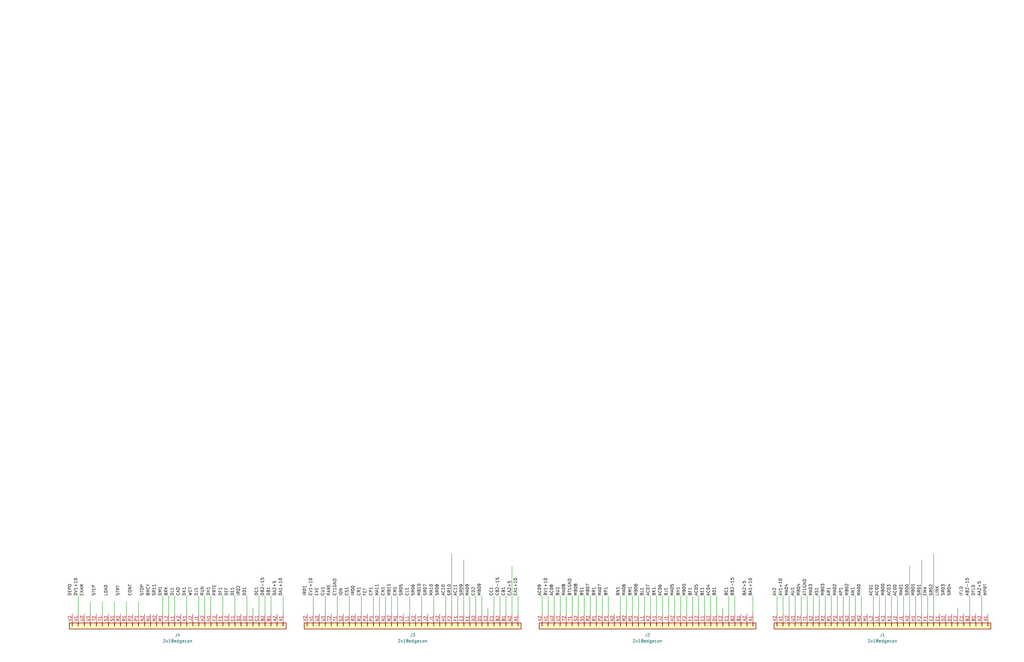
<source format=kicad_sch>
(kicad_sch (version 20230121) (generator eeschema)
  (paper "B")
  (lib_symbols
    (symbol "mypipan8llib:2x18edgecon" (pin_names (offset 1.016) hide)
      (property "Reference" "J" (at 0 45.72 0))
      (property "Value" "2x18edgecon" (at 0 -48.26 0))
      (symbol "2x18edgecon_1_1"
        (rectangle (start -1.27 -45.593) (end 0 -45.847) (stroke (width 0.1524)))
        (rectangle (start -1.27 -43.053) (end 0 -43.307) (stroke (width 0.1524)))
        (rectangle (start -1.27 -40.513) (end 0 -40.767) (stroke (width 0.1524)))
        (rectangle (start -1.27 -37.973) (end 0 -38.227) (stroke (width 0.1524)))
        (rectangle (start -1.27 -35.433) (end 0 -35.687) (stroke (width 0.1524)))
        (rectangle (start -1.27 -32.893) (end 0 -33.147) (stroke (width 0.1524)))
        (rectangle (start -1.27 -30.353) (end 0 -30.607) (stroke (width 0.1524)))
        (rectangle (start -1.27 -27.813) (end 0 -28.067) (stroke (width 0.1524)))
        (rectangle (start -1.27 -25.273) (end 0 -25.527) (stroke (width 0.1524)))
        (rectangle (start -1.27 -22.733) (end 0 -22.987) (stroke (width 0.1524)))
        (rectangle (start -1.27 -20.193) (end 0 -20.447) (stroke (width 0.1524)))
        (rectangle (start -1.27 -17.653) (end 0 -17.907) (stroke (width 0.1524)))
        (rectangle (start -1.27 -15.113) (end 0 -15.367) (stroke (width 0.1524)))
        (rectangle (start -1.27 -12.573) (end 0 -12.827) (stroke (width 0.1524)))
        (rectangle (start -1.27 -10.033) (end 0 -10.287) (stroke (width 0.1524)))
        (rectangle (start -1.27 -7.493) (end 0 -7.747) (stroke (width 0.1524)))
        (rectangle (start -1.27 -4.953) (end 0 -5.207) (stroke (width 0.1524)))
        (rectangle (start -1.27 -2.413) (end 0 -2.667) (stroke (width 0.1524)))
        (rectangle (start -1.27 0.127) (end 0 -0.127) (stroke (width 0.1524)))
        (rectangle (start -1.27 2.667) (end 0 2.413) (stroke (width 0.1524)))
        (rectangle (start -1.27 5.207) (end 0 4.953) (stroke (width 0.1524)))
        (rectangle (start -1.27 7.747) (end 0 7.493) (stroke (width 0.1524)))
        (rectangle (start -1.27 10.287) (end 0 10.033) (stroke (width 0.1524)))
        (rectangle (start -1.27 12.827) (end 0 12.573) (stroke (width 0.1524)))
        (rectangle (start -1.27 15.367) (end 0 15.113) (stroke (width 0.1524)))
        (rectangle (start -1.27 17.907) (end 0 17.653) (stroke (width 0.1524)))
        (rectangle (start -1.27 20.447) (end 0 20.193) (stroke (width 0.1524)))
        (rectangle (start -1.27 22.987) (end 0 22.733) (stroke (width 0.1524)))
        (rectangle (start -1.27 25.527) (end 0 25.273) (stroke (width 0.1524)))
        (rectangle (start -1.27 28.067) (end 0 27.813) (stroke (width 0.1524)))
        (rectangle (start -1.27 30.607) (end 0 30.353) (stroke (width 0.1524)))
        (rectangle (start -1.27 33.147) (end 0 32.893) (stroke (width 0.1524)))
        (rectangle (start -1.27 35.687) (end 0 35.433) (stroke (width 0.1524)))
        (rectangle (start -1.27 38.227) (end 0 37.973) (stroke (width 0.1524)))
        (rectangle (start -1.27 40.767) (end 0 40.513) (stroke (width 0.1524)))
        (rectangle (start -1.27 43.307) (end 0 43.053) (stroke (width 0.1524)))
        (rectangle (start -1.27 44.45) (end 1.27 -46.99) (stroke (width 0.254)) (fill (type background)))
        (pin passive line (at -5.08 43.18 0) (length 3.81) (name "A1") (number "A1"))
        (pin passive line (at -5.08 40.64 0) (length 3.81) (name "A2") (number "A2"))
        (pin passive line (at -5.08 38.1 0) (length 3.81) (name "B1") (number "B1"))
        (pin passive line (at -5.08 35.56 0) (length 3.81) (name "B2") (number "B2"))
        (pin passive line (at -5.08 33.02 0) (length 3.81) (name "C1") (number "C1"))
        (pin passive line (at -5.08 30.48 0) (length 3.81) (name "C2") (number "C2"))
        (pin passive line (at -5.08 27.94 0) (length 3.81) (name "D1") (number "D1"))
        (pin passive line (at -5.08 25.4 0) (length 3.81) (name "D2") (number "D2"))
        (pin passive line (at -5.08 22.86 0) (length 3.81) (name "E1") (number "E1"))
        (pin passive line (at -5.08 20.32 0) (length 3.81) (name "E2") (number "E2"))
        (pin passive line (at -5.08 17.78 0) (length 3.81) (name "F1") (number "F1"))
        (pin passive line (at -5.08 15.24 0) (length 3.81) (name "F2") (number "F2"))
        (pin passive line (at -5.08 12.7 0) (length 3.81) (name "H1") (number "H1"))
        (pin passive line (at -5.08 10.16 0) (length 3.81) (name "H2") (number "H2"))
        (pin passive line (at -5.08 7.62 0) (length 3.81) (name "J1") (number "J1"))
        (pin passive line (at -5.08 5.08 0) (length 3.81) (name "J2") (number "J2"))
        (pin passive line (at -5.08 2.54 0) (length 3.81) (name "K1") (number "K1"))
        (pin passive line (at -5.08 0 0) (length 3.81) (name "K2") (number "K2"))
        (pin passive line (at -5.08 -2.54 0) (length 3.81) (name "L1") (number "L1"))
        (pin passive line (at -5.08 -5.08 0) (length 3.81) (name "L2") (number "L2"))
        (pin passive line (at -5.08 -7.62 0) (length 3.81) (name "M1") (number "M1"))
        (pin passive line (at -5.08 -10.16 0) (length 3.81) (name "M2") (number "M2"))
        (pin passive line (at -5.08 -12.7 0) (length 3.81) (name "N1") (number "N1"))
        (pin passive line (at -5.08 -15.24 0) (length 3.81) (name "N2") (number "N2"))
        (pin passive line (at -5.08 -17.78 0) (length 3.81) (name "P1") (number "P1"))
        (pin passive line (at -5.08 -20.32 0) (length 3.81) (name "P2") (number "P2"))
        (pin passive line (at -5.08 -22.86 0) (length 3.81) (name "R1") (number "R1"))
        (pin passive line (at -5.08 -25.4 0) (length 3.81) (name "R2") (number "R2"))
        (pin passive line (at -5.08 -27.94 0) (length 3.81) (name "S1") (number "S1"))
        (pin passive line (at -5.08 -30.48 0) (length 3.81) (name "S2") (number "S2"))
        (pin passive line (at -5.08 -33.02 0) (length 3.81) (name "T1") (number "T1"))
        (pin passive line (at -5.08 -35.56 0) (length 3.81) (name "T2") (number "T2"))
        (pin passive line (at -5.08 -38.1 0) (length 3.81) (name "U1") (number "U1"))
        (pin passive line (at -5.08 -40.64 0) (length 3.81) (name "U2") (number "U2"))
        (pin passive line (at -5.08 -43.18 0) (length 3.81) (name "V1") (number "V1"))
        (pin passive line (at -5.08 -45.72 0) (length 3.81) (name "V2") (number "V2"))
      )
    )
  )
  (wire (pts (xy 271.78 251.46) (xy 271.78 259.08)))
  (wire (pts (xy 58.42 254) (xy 58.42 259.08)))
  (wire (pts (xy 266.7 251.46) (xy 266.7 259.08)))
  (wire (pts (xy 391.16 251.46) (xy 391.16 259.08)))
  (wire (pts (xy 114.3 251.46) (xy 114.3 259.08)))
  (wire (pts (xy 132.08 251.46) (xy 132.08 259.08)))
  (wire (pts (xy 236.22 251.46) (xy 236.22 259.08)))
  (wire (pts (xy 213.36 251.46) (xy 213.36 259.08)))
  (wire (pts (xy 381 251.46) (xy 381 259.08)))
  (wire (pts (xy 157.48 251.46) (xy 157.48 259.08)))
  (wire (pts (xy 363.22 251.46) (xy 363.22 259.08)))
  (wire (pts (xy 353.06 251.46) (xy 353.06 259.08)))
  (wire (pts (xy 162.56 251.46) (xy 162.56 259.08)))
  (wire (pts (xy 393.7 233.68) (xy 393.7 259.08)))
  (wire (pts (xy 33.02 251.46) (xy 33.02 259.08)))
  (wire (pts (xy 347.98 251.46) (xy 347.98 259.08)))
  (wire (pts (xy 340.36 251.46) (xy 340.36 259.08)))
  (wire (pts (xy 375.92 251.46) (xy 375.92 259.08)))
  (wire (pts (xy 231.14 251.46) (xy 231.14 259.08)))
  (wire (pts (xy 307.34 251.46) (xy 307.34 259.08)))
  (wire (pts (xy 203.2 251.46) (xy 203.2 259.08)))
  (wire (pts (xy 210.82 251.46) (xy 210.82 259.08)))
  (wire (pts (xy 269.24 251.46) (xy 269.24 259.08)))
  (wire (pts (xy 345.44 251.46) (xy 345.44 259.08)))
  (wire (pts (xy 88.9 251.46) (xy 88.9 259.08)))
  (wire (pts (xy 195.58 236.22) (xy 195.58 259.08)))
  (wire (pts (xy 137.16 251.46) (xy 137.16 259.08)))
  (wire (pts (xy 373.38 251.46) (xy 373.38 259.08)))
  (wire (pts (xy 332.74 251.46) (xy 332.74 259.08)))
  (wire (pts (xy 388.62 236.22) (xy 388.62 259.08)))
  (wire (pts (xy 53.34 254) (xy 53.34 259.08)))
  (wire (pts (xy 198.12 251.46) (xy 198.12 259.08)))
  (wire (pts (xy 408.94 251.46) (xy 408.94 259.08)))
  (wire (pts (xy 215.9 238.76) (xy 215.9 259.08)))
  (wire (pts (xy 152.4 251.46) (xy 152.4 259.08)))
  (wire (pts (xy 355.6 251.46) (xy 355.6 259.08)))
  (wire (pts (xy 284.48 251.46) (xy 284.48 259.08)))
  (wire (pts (xy 256.54 251.46) (xy 256.54 259.08)))
  (wire (pts (xy 358.14 251.46) (xy 358.14 259.08)))
  (wire (pts (xy 279.4 251.46) (xy 279.4 259.08)))
  (wire (pts (xy 335.28 251.46) (xy 335.28 259.08)))
  (wire (pts (xy 414.02 251.46) (xy 414.02 259.08)))
  (wire (pts (xy 119.38 251.46) (xy 119.38 259.08)))
  (wire (pts (xy 281.94 251.46) (xy 281.94 259.08)))
  (wire (pts (xy 43.18 254) (xy 43.18 259.08)))
  (wire (pts (xy 243.84 251.46) (xy 243.84 259.08)))
  (wire (pts (xy 342.9 251.46) (xy 342.9 259.08)))
  (wire (pts (xy 292.1 251.46) (xy 292.1 259.08)))
  (wire (pts (xy 350.52 251.46) (xy 350.52 259.08)))
  (wire (pts (xy 254 251.46) (xy 254 259.08)))
  (wire (pts (xy 299.72 251.46) (xy 299.72 259.08)))
  (wire (pts (xy 370.84 251.46) (xy 370.84 259.08)))
  (wire (pts (xy 205.74 256.54) (xy 205.74 259.08)))
  (wire (pts (xy 83.82 251.46) (xy 83.82 259.08)))
  (wire (pts (xy 78.74 251.46) (xy 78.74 259.08)))
  (wire (pts (xy 73.66 251.46) (xy 73.66 259.08)))
  (wire (pts (xy 386.08 251.46) (xy 386.08 259.08)))
  (wire (pts (xy 368.3 251.46) (xy 368.3 259.08)))
  (wire (pts (xy 378.46 251.46) (xy 378.46 259.08)))
  (wire (pts (xy 304.8 256.54) (xy 304.8 259.08)))
  (wire (pts (xy 104.14 251.46) (xy 104.14 259.08)))
  (wire (pts (xy 294.64 251.46) (xy 294.64 259.08)))
  (wire (pts (xy 86.36 251.46) (xy 86.36 259.08)))
  (wire (pts (xy 261.62 251.46) (xy 261.62 259.08)))
  (wire (pts (xy 233.68 251.46) (xy 233.68 259.08)))
  (wire (pts (xy 238.76 251.46) (xy 238.76 259.08)))
  (wire (pts (xy 48.26 254) (xy 48.26 259.08)))
  (wire (pts (xy 177.8 251.46) (xy 177.8 259.08)))
  (wire (pts (xy 190.5 233.68) (xy 190.5 259.08)))
  (wire (pts (xy 218.44 251.46) (xy 218.44 259.08)))
  (wire (pts (xy 274.32 251.46) (xy 274.32 259.08)))
  (wire (pts (xy 330.2 251.46) (xy 330.2 259.08)))
  (wire (pts (xy 200.66 251.46) (xy 200.66 259.08)))
  (wire (pts (xy 187.96 251.46) (xy 187.96 259.08)))
  (wire (pts (xy 337.82 251.46) (xy 337.82 259.08)))
  (wire (pts (xy 251.46 251.46) (xy 251.46 259.08)))
  (wire (pts (xy 165.1 251.46) (xy 165.1 259.08)))
  (wire (pts (xy 147.32 251.46) (xy 147.32 259.08)))
  (wire (pts (xy 309.88 251.46) (xy 309.88 259.08)))
  (wire (pts (xy 228.6 251.46) (xy 228.6 259.08)))
  (wire (pts (xy 317.5 251.46) (xy 317.5 259.08)))
  (wire (pts (xy 160.02 251.46) (xy 160.02 259.08)))
  (wire (pts (xy 111.76 251.46) (xy 111.76 259.08)))
  (wire (pts (xy 241.3 251.46) (xy 241.3 259.08)))
  (wire (pts (xy 93.98 251.46) (xy 93.98 259.08)))
  (wire (pts (xy 289.56 251.46) (xy 289.56 259.08)))
  (wire (pts (xy 246.38 251.46) (xy 246.38 259.08)))
  (wire (pts (xy 383.54 238.76) (xy 383.54 259.08)))
  (wire (pts (xy 302.26 251.46) (xy 302.26 259.08)))
  (wire (pts (xy 71.12 251.46) (xy 71.12 259.08)))
  (wire (pts (xy 403.86 256.54) (xy 403.86 259.08)))
  (wire (pts (xy 193.04 251.46) (xy 193.04 259.08)))
  (wire (pts (xy 142.24 251.46) (xy 142.24 259.08)))
  (wire (pts (xy 248.92 251.46) (xy 248.92 259.08)))
  (wire (pts (xy 106.68 256.54) (xy 106.68 259.08)))
  (wire (pts (xy 99.06 251.46) (xy 99.06 259.08)))
  (wire (pts (xy 327.66 251.46) (xy 327.66 259.08)))
  (wire (pts (xy 38.1 254) (xy 38.1 259.08)))
  (wire (pts (xy 360.68 251.46) (xy 360.68 259.08)))
  (wire (pts (xy 208.28 251.46) (xy 208.28 259.08)))
  (wire (pts (xy 264.16 251.46) (xy 264.16 259.08)))
  (wire (pts (xy 182.88 251.46) (xy 182.88 259.08)))
  (wire (pts (xy 167.64 251.46) (xy 167.64 259.08)))
  (wire (pts (xy 68.58 251.46) (xy 68.58 259.08)))
  (wire (pts (xy 287.02 251.46) (xy 287.02 259.08)))
  (wire (pts (xy 276.86 251.46) (xy 276.86 259.08)))
  (wire (pts (xy 109.22 251.46) (xy 109.22 259.08)))
  (wire (pts (xy 172.72 251.46) (xy 172.72 259.08)))
  (wire (pts (xy 297.18 251.46) (xy 297.18 259.08)))
  (label "EMA" (at 391.16 251.46 90))
  (label "MA10" (at 182.88 251.46 90))
  (label "MA08" (at 238.76 251.46 90))
  (label "DFLD" (at 411.48 251.46 90))
  (label "SR10" (at 190.5 251.46 90))
  (label "AC05" (at 294.64 251.46 90))
  (label "DB1" (at 114.3 251.46 90))
  (label "DEF" (at 96.52 251.46 90))
  (label "STRT" (at 50.8 251.46 90))
  (label "DC1" (at 109.22 251.46 90))
  (label "SR09" (at 195.58 251.46 90))
  (label "AU1" (at 335.28 251.46 90))
  (label "AN1" (at 360.68 251.46 90))
  (label "MB11" (at 165.1 251.46 90))
  (label "MB05" (at 289.56 251.46 90))
  (label "ION" (at 144.78 251.46 90))
  (label "MA09" (at 198.12 251.46 90))
  (label "CB2-15" (at 210.82 251.46 90))
  (label "AP1" (at 355.6 251.46 90))
  (label "MA11" (at 160.02 251.46 90))
  (label "CT1GND" (at 142.24 251.46 90))
  (label "BS1" (at 246.38 251.46 90))
  (label "AC09" (at 228.6 251.46 90))
  (label "CAD" (at 76.2 251.46 90))
  (label "CN1" (at 162.56 251.46 90))
  (label "DB2-15" (at 111.76 251.46 90))
  (label "AC08" (at 233.68 251.46 90))
  (label "AC10" (at 187.96 251.46 90))
  (label "AB2-15" (at 408.94 251.46 90))
  (label "BM1" (at 266.7 251.46 90))
  (label "MA03" (at 342.9 251.46 90))
  (label "BF1" (at 292.1 251.46 90))
  (label "MPRT" (at 416.56 251.46 90))
  (label "CS1" (at 147.32 251.46 90))
  (label "MB03" (at 347.98 251.46 90))
  (label "EXAM" (at 35.56 251.46 90))
  (label "MB07" (at 248.92 251.46 90))
  (label "BV1+10" (at 231.14 251.46 90))
  (label "SR01" (at 388.62 251.46 90))
  (label "MA01" (at 381 251.46 90))
  (label "PARE" (at 139.7 251.46 90))
  (label "BC1" (at 307.34 251.46 90))
  (label "DM1" (at 68.58 251.46 90))
  (label "DV1+10" (at 33.02 251.46 90))
  (label "BJ1" (at 281.94 251.46 90))
  (label "STEP" (at 40.64 251.46 90))
  (label "IR02" (at 101.6 251.46 90))
  (label "BK1" (at 276.86 251.46 90))
  (label "MB01" (at 386.08 251.46 90))
  (label "MA00" (at 363.22 251.46 90))
  (label "MA06" (at 264.16 251.46 90))
  (label "CONT" (at 55.88 251.46 90))
  (label "MA04" (at 332.74 251.46 90))
  (label "LINK" (at 396.24 251.46 90))
  (label "AR1" (at 350.52 251.46 90))
  (label "RUN" (at 86.36 251.46 90))
  (label "CU1" (at 137.16 251.46 90))
  (label "BRK" (at 71.12 251.46 90))
  (label "IR01" (at 129.54 251.46 90))
  (label "LDAD" (at 45.72 251.46 90))
  (label "DK1" (at 78.74 251.46 90))
  (label "CC1" (at 208.28 251.46 90))
  (label "DF1" (at 93.98 251.46 90))
  (label "SR05" (at 170.18 251.46 90))
  (label "BA1+10" (at 317.5 251.46 90))
  (label "MB10" (at 177.8 251.46 90))
  (label "BN1" (at 261.62 251.46 90))
  (label "EXE" (at 134.62 251.46 90))
  (label "CA2+5" (at 215.9 251.46 90))
  (label "AC00" (at 378.46 251.46 90))
  (label "CR1" (at 152.4 251.46 90))
  (label "SR06" (at 175.26 251.46 90))
  (label "AS1" (at 345.44 251.46 90))
  (label "CB1" (at 213.36 251.46 90))
  (label "IFLD" (at 406.4 251.46 90))
  (label "CM1" (at 167.64 251.46 90))
  (label "BT1GND" (at 241.3 251.46 90))
  (label "MB04" (at 337.82 251.46 90))
  (label "CL1" (at 172.72 251.46 90))
  (label "AA2+5" (at 414.02 251.46 90))
  (label "DA1+10" (at 119.38 251.46 90))
  (label "SR11" (at 66.04 251.46 90))
  (label "BD1" (at 302.26 251.46 90))
  (label "MA05" (at 284.48 251.46 90))
  (label "AC04" (at 299.72 251.46 90))
  (label "BP1" (at 256.54 251.46 90))
  (label "CA1+10" (at 218.44 251.46 90))
  (label "MA07" (at 254 251.46 90))
  (label "AC11" (at 193.04 251.46 90))
  (label "DA2+5" (at 116.84 251.46 90))
  (label "MB02" (at 358.14 251.46 90))
  (label "SR08" (at 185.42 251.46 90))
  (label "SR02" (at 393.7 251.46 90))
  (label "STOP" (at 60.96 251.46 90))
  (label "SR04" (at 401.32 251.46 90))
  (label "BR1" (at 251.46 251.46 90))
  (label "SR00" (at 383.54 251.46 90))
  (label "AC01" (at 368.3 251.46 90))
  (label "CP1" (at 157.48 251.46 90))
  (label "DEPO" (at 30.48 251.46 90))
  (label "MB06" (at 269.24 251.46 90))
  (label "CV1+10" (at 132.08 251.46 90))
  (label "AV2" (at 327.66 251.46 90))
  (label "AC06" (at 279.4 251.46 90))
  (label "PRTE" (at 91.44 251.46 90))
  (label "AC02" (at 370.84 251.46 90))
  (label "DL1" (at 73.66 251.46 90))
  (label "BL1" (at 271.78 251.46 90))
  (label "BH1" (at 287.02 251.46 90))
  (label "BE1" (at 297.18 251.46 90))
  (label "MB09" (at 203.2 251.46 90))
  (label "DH1" (at 88.9 251.46 90))
  (label "FET" (at 154.94 251.46 90))
  (label "AC03" (at 375.92 251.46 90))
  (label "AC07" (at 274.32 251.46 90))
  (label "AV1+10" (at 330.2 251.46 90))
  (label "BU1" (at 236.22 251.46 90))
  (label "DE1" (at 99.06 251.46 90))
  (label "DD1" (at 104.14 251.46 90))
  (label "SR07" (at 180.34 251.46 90))
  (label "DJ1" (at 83.82 251.46 90))
  (label "SR03" (at 398.78 251.46 90))
  (label "MB00" (at 373.38 251.46 90))
  (label "BNCY" (at 63.5 251.46 90))
  (label "AT1GND" (at 340.36 251.46 90))
  (label "BA2+5" (at 314.96 251.46 90))
  (label "IR00" (at 149.86 251.46 90))
  (label "BB2-15" (at 309.88 251.46 90))
  (label "WCT" (at 81.28 251.46 90))
  (label "CD2" (at 200.66 251.46 90))
  (label "MB08" (at 243.84 251.46 90))
  (label "MA02" (at 353.06 251.46 90))
  (symbol (lib_id "mypipan8llib:2x18edgecon") (at 274.32 264.16 270) (unit 1)
    (property "Reference" "J2" (at 273.05 267.97 90))
    (property "Value" "2x18edgecon" (at 273.05 270.51 90))
    (property "Footprint" "mypipan8lfoots:backpins-X" (effects hide))
  )
  (symbol (lib_id "mypipan8llib:2x18edgecon") (at 76.2 264.16 270) (unit 1)
    (property "Reference" "J4" (at 74.93 267.97 90))
    (property "Value" "2x18edgecon" (at 74.93 270.51 90))
    (property "Footprint" "mypipan8lfoots:backpins-X" (effects hide))
  )
  (symbol (lib_id "mypipan8llib:2x18edgecon") (at 373.38 264.16 270) (unit 1)
    (property "Reference" "J1" (at 372.11 267.97 90))
    (property "Value" "2x18edgecon" (at 372.11 270.51 90))
    (property "Footprint" "mypipan8lfoots:backpins-X" (effects hide))
  )
  (symbol (lib_id "mypipan8llib:2x18edgecon") (at 175.26 264.16 270) (unit 1)
    (property "Reference" "J3" (at 173.99 267.97 90))
    (property "Value" "2x18edgecon" (at 173.99 270.51 90))
    (property "Footprint" "mypipan8lfoots:backpins-X" (effects hide))
  )
)
</source>
